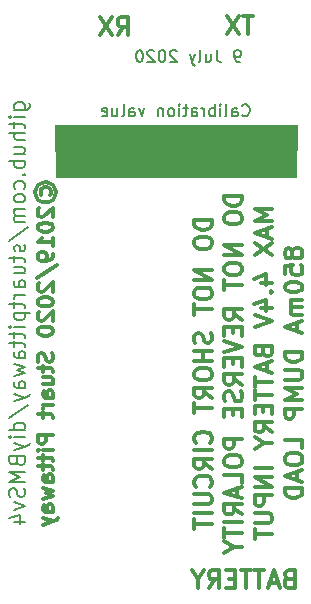
<source format=gbr>
G04 #@! TF.GenerationSoftware,KiCad,Pcbnew,(5.1.5)-3*
G04 #@! TF.CreationDate,2020-12-24T11:10:49+00:00*
G04 #@! TF.ProjectId,ModuleV421,4d6f6475-6c65-4563-9432-312e6b696361,rev?*
G04 #@! TF.SameCoordinates,Original*
G04 #@! TF.FileFunction,Legend,Bot*
G04 #@! TF.FilePolarity,Positive*
%FSLAX46Y46*%
G04 Gerber Fmt 4.6, Leading zero omitted, Abs format (unit mm)*
G04 Created by KiCad (PCBNEW (5.1.5)-3) date 2020-12-24 11:10:49*
%MOMM*%
%LPD*%
G04 APERTURE LIST*
%ADD10C,0.300000*%
%ADD11C,0.200000*%
%ADD12C,0.100000*%
G04 APERTURE END LIST*
D10*
X123460457Y-48366171D02*
X122603314Y-48366171D01*
X123031885Y-49866171D02*
X123031885Y-48366171D01*
X122246171Y-48366171D02*
X121246171Y-49866171D01*
X121246171Y-48366171D02*
X122246171Y-49866171D01*
X111967600Y-49966171D02*
X112467600Y-49251885D01*
X112824742Y-49966171D02*
X112824742Y-48466171D01*
X112253314Y-48466171D01*
X112110457Y-48537600D01*
X112039028Y-48609028D01*
X111967600Y-48751885D01*
X111967600Y-48966171D01*
X112039028Y-49109028D01*
X112110457Y-49180457D01*
X112253314Y-49251885D01*
X112824742Y-49251885D01*
X111467600Y-48466171D02*
X110467600Y-49966171D01*
X110467600Y-48466171D02*
X111467600Y-49966171D01*
D11*
X122523257Y-56741942D02*
X122570876Y-56789561D01*
X122713733Y-56837180D01*
X122808971Y-56837180D01*
X122951828Y-56789561D01*
X123047066Y-56694323D01*
X123094685Y-56599085D01*
X123142304Y-56408609D01*
X123142304Y-56265752D01*
X123094685Y-56075276D01*
X123047066Y-55980038D01*
X122951828Y-55884800D01*
X122808971Y-55837180D01*
X122713733Y-55837180D01*
X122570876Y-55884800D01*
X122523257Y-55932419D01*
X121666114Y-56837180D02*
X121666114Y-56313371D01*
X121713733Y-56218133D01*
X121808971Y-56170514D01*
X121999447Y-56170514D01*
X122094685Y-56218133D01*
X121666114Y-56789561D02*
X121761352Y-56837180D01*
X121999447Y-56837180D01*
X122094685Y-56789561D01*
X122142304Y-56694323D01*
X122142304Y-56599085D01*
X122094685Y-56503847D01*
X121999447Y-56456228D01*
X121761352Y-56456228D01*
X121666114Y-56408609D01*
X121047066Y-56837180D02*
X121142304Y-56789561D01*
X121189923Y-56694323D01*
X121189923Y-55837180D01*
X120666114Y-56837180D02*
X120666114Y-56170514D01*
X120666114Y-55837180D02*
X120713733Y-55884800D01*
X120666114Y-55932419D01*
X120618495Y-55884800D01*
X120666114Y-55837180D01*
X120666114Y-55932419D01*
X120189923Y-56837180D02*
X120189923Y-55837180D01*
X120189923Y-56218133D02*
X120094685Y-56170514D01*
X119904209Y-56170514D01*
X119808971Y-56218133D01*
X119761352Y-56265752D01*
X119713733Y-56360990D01*
X119713733Y-56646704D01*
X119761352Y-56741942D01*
X119808971Y-56789561D01*
X119904209Y-56837180D01*
X120094685Y-56837180D01*
X120189923Y-56789561D01*
X119285161Y-56837180D02*
X119285161Y-56170514D01*
X119285161Y-56360990D02*
X119237542Y-56265752D01*
X119189923Y-56218133D01*
X119094685Y-56170514D01*
X118999447Y-56170514D01*
X118237542Y-56837180D02*
X118237542Y-56313371D01*
X118285161Y-56218133D01*
X118380400Y-56170514D01*
X118570876Y-56170514D01*
X118666114Y-56218133D01*
X118237542Y-56789561D02*
X118332780Y-56837180D01*
X118570876Y-56837180D01*
X118666114Y-56789561D01*
X118713733Y-56694323D01*
X118713733Y-56599085D01*
X118666114Y-56503847D01*
X118570876Y-56456228D01*
X118332780Y-56456228D01*
X118237542Y-56408609D01*
X117904209Y-56170514D02*
X117523257Y-56170514D01*
X117761352Y-55837180D02*
X117761352Y-56694323D01*
X117713733Y-56789561D01*
X117618495Y-56837180D01*
X117523257Y-56837180D01*
X117189923Y-56837180D02*
X117189923Y-56170514D01*
X117189923Y-55837180D02*
X117237542Y-55884800D01*
X117189923Y-55932419D01*
X117142304Y-55884800D01*
X117189923Y-55837180D01*
X117189923Y-55932419D01*
X116570876Y-56837180D02*
X116666114Y-56789561D01*
X116713733Y-56741942D01*
X116761352Y-56646704D01*
X116761352Y-56360990D01*
X116713733Y-56265752D01*
X116666114Y-56218133D01*
X116570876Y-56170514D01*
X116428019Y-56170514D01*
X116332780Y-56218133D01*
X116285161Y-56265752D01*
X116237542Y-56360990D01*
X116237542Y-56646704D01*
X116285161Y-56741942D01*
X116332780Y-56789561D01*
X116428019Y-56837180D01*
X116570876Y-56837180D01*
X115808971Y-56170514D02*
X115808971Y-56837180D01*
X115808971Y-56265752D02*
X115761352Y-56218133D01*
X115666114Y-56170514D01*
X115523257Y-56170514D01*
X115428019Y-56218133D01*
X115380400Y-56313371D01*
X115380400Y-56837180D01*
X114237542Y-56170514D02*
X113999447Y-56837180D01*
X113761352Y-56170514D01*
X112951828Y-56837180D02*
X112951828Y-56313371D01*
X112999447Y-56218133D01*
X113094685Y-56170514D01*
X113285161Y-56170514D01*
X113380400Y-56218133D01*
X112951828Y-56789561D02*
X113047066Y-56837180D01*
X113285161Y-56837180D01*
X113380400Y-56789561D01*
X113428019Y-56694323D01*
X113428019Y-56599085D01*
X113380400Y-56503847D01*
X113285161Y-56456228D01*
X113047066Y-56456228D01*
X112951828Y-56408609D01*
X112332780Y-56837180D02*
X112428019Y-56789561D01*
X112475638Y-56694323D01*
X112475638Y-55837180D01*
X111523257Y-56170514D02*
X111523257Y-56837180D01*
X111951828Y-56170514D02*
X111951828Y-56694323D01*
X111904209Y-56789561D01*
X111808971Y-56837180D01*
X111666114Y-56837180D01*
X111570876Y-56789561D01*
X111523257Y-56741942D01*
X110666114Y-56789561D02*
X110761352Y-56837180D01*
X110951828Y-56837180D01*
X111047066Y-56789561D01*
X111094685Y-56694323D01*
X111094685Y-56313371D01*
X111047066Y-56218133D01*
X110951828Y-56170514D01*
X110761352Y-56170514D01*
X110666114Y-56218133D01*
X110618495Y-56313371D01*
X110618495Y-56408609D01*
X111094685Y-56503847D01*
D12*
G36*
X127103000Y-61987600D02*
G01*
X106732200Y-61987600D01*
X106669600Y-57553200D01*
X127142000Y-57553200D01*
X127103000Y-61987600D01*
G37*
X127103000Y-61987600D02*
X106732200Y-61987600D01*
X106669600Y-57553200D01*
X127142000Y-57553200D01*
X127103000Y-61987600D01*
D10*
X119971171Y-65623314D02*
X118471171Y-65623314D01*
X118471171Y-65980457D01*
X118542600Y-66194742D01*
X118685457Y-66337600D01*
X118828314Y-66409028D01*
X119114028Y-66480457D01*
X119328314Y-66480457D01*
X119614028Y-66409028D01*
X119756885Y-66337600D01*
X119899742Y-66194742D01*
X119971171Y-65980457D01*
X119971171Y-65623314D01*
X118471171Y-67409028D02*
X118471171Y-67694742D01*
X118542600Y-67837600D01*
X118685457Y-67980457D01*
X118971171Y-68051885D01*
X119471171Y-68051885D01*
X119756885Y-67980457D01*
X119899742Y-67837600D01*
X119971171Y-67694742D01*
X119971171Y-67409028D01*
X119899742Y-67266171D01*
X119756885Y-67123314D01*
X119471171Y-67051885D01*
X118971171Y-67051885D01*
X118685457Y-67123314D01*
X118542600Y-67266171D01*
X118471171Y-67409028D01*
X119971171Y-69837600D02*
X118471171Y-69837600D01*
X119971171Y-70694742D01*
X118471171Y-70694742D01*
X118471171Y-71694742D02*
X118471171Y-71980457D01*
X118542600Y-72123314D01*
X118685457Y-72266171D01*
X118971171Y-72337600D01*
X119471171Y-72337600D01*
X119756885Y-72266171D01*
X119899742Y-72123314D01*
X119971171Y-71980457D01*
X119971171Y-71694742D01*
X119899742Y-71551885D01*
X119756885Y-71409028D01*
X119471171Y-71337600D01*
X118971171Y-71337600D01*
X118685457Y-71409028D01*
X118542600Y-71551885D01*
X118471171Y-71694742D01*
X118471171Y-72766171D02*
X118471171Y-73623314D01*
X119971171Y-73194742D02*
X118471171Y-73194742D01*
X119899742Y-75194742D02*
X119971171Y-75409028D01*
X119971171Y-75766171D01*
X119899742Y-75909028D01*
X119828314Y-75980457D01*
X119685457Y-76051885D01*
X119542600Y-76051885D01*
X119399742Y-75980457D01*
X119328314Y-75909028D01*
X119256885Y-75766171D01*
X119185457Y-75480457D01*
X119114028Y-75337599D01*
X119042600Y-75266171D01*
X118899742Y-75194742D01*
X118756885Y-75194742D01*
X118614028Y-75266171D01*
X118542600Y-75337599D01*
X118471171Y-75480457D01*
X118471171Y-75837599D01*
X118542600Y-76051885D01*
X119971171Y-76694742D02*
X118471171Y-76694742D01*
X119185457Y-76694742D02*
X119185457Y-77551885D01*
X119971171Y-77551885D02*
X118471171Y-77551885D01*
X118471171Y-78551885D02*
X118471171Y-78837599D01*
X118542600Y-78980457D01*
X118685457Y-79123314D01*
X118971171Y-79194742D01*
X119471171Y-79194742D01*
X119756885Y-79123314D01*
X119899742Y-78980457D01*
X119971171Y-78837599D01*
X119971171Y-78551885D01*
X119899742Y-78409028D01*
X119756885Y-78266171D01*
X119471171Y-78194742D01*
X118971171Y-78194742D01*
X118685457Y-78266171D01*
X118542600Y-78409028D01*
X118471171Y-78551885D01*
X119971171Y-80694742D02*
X119256885Y-80194742D01*
X119971171Y-79837599D02*
X118471171Y-79837599D01*
X118471171Y-80409028D01*
X118542600Y-80551885D01*
X118614028Y-80623314D01*
X118756885Y-80694742D01*
X118971171Y-80694742D01*
X119114028Y-80623314D01*
X119185457Y-80551885D01*
X119256885Y-80409028D01*
X119256885Y-79837599D01*
X118471171Y-81123314D02*
X118471171Y-81980457D01*
X119971171Y-81551885D02*
X118471171Y-81551885D01*
X119828314Y-84480457D02*
X119899742Y-84409028D01*
X119971171Y-84194742D01*
X119971171Y-84051885D01*
X119899742Y-83837599D01*
X119756885Y-83694742D01*
X119614028Y-83623314D01*
X119328314Y-83551885D01*
X119114028Y-83551885D01*
X118828314Y-83623314D01*
X118685457Y-83694742D01*
X118542600Y-83837599D01*
X118471171Y-84051885D01*
X118471171Y-84194742D01*
X118542600Y-84409028D01*
X118614028Y-84480457D01*
X119971171Y-85123314D02*
X118471171Y-85123314D01*
X119971171Y-86694742D02*
X119256885Y-86194742D01*
X119971171Y-85837599D02*
X118471171Y-85837599D01*
X118471171Y-86409028D01*
X118542600Y-86551885D01*
X118614028Y-86623314D01*
X118756885Y-86694742D01*
X118971171Y-86694742D01*
X119114028Y-86623314D01*
X119185457Y-86551885D01*
X119256885Y-86409028D01*
X119256885Y-85837599D01*
X119828314Y-88194742D02*
X119899742Y-88123314D01*
X119971171Y-87909028D01*
X119971171Y-87766171D01*
X119899742Y-87551885D01*
X119756885Y-87409028D01*
X119614028Y-87337599D01*
X119328314Y-87266171D01*
X119114028Y-87266171D01*
X118828314Y-87337599D01*
X118685457Y-87409028D01*
X118542600Y-87551885D01*
X118471171Y-87766171D01*
X118471171Y-87909028D01*
X118542600Y-88123314D01*
X118614028Y-88194742D01*
X118471171Y-88837599D02*
X119685457Y-88837599D01*
X119828314Y-88909028D01*
X119899742Y-88980457D01*
X119971171Y-89123314D01*
X119971171Y-89409028D01*
X119899742Y-89551885D01*
X119828314Y-89623314D01*
X119685457Y-89694742D01*
X118471171Y-89694742D01*
X119971171Y-90409028D02*
X118471171Y-90409028D01*
X118471171Y-90909028D02*
X118471171Y-91766171D01*
X119971171Y-91337599D02*
X118471171Y-91337599D01*
X122521171Y-63551885D02*
X121021171Y-63551885D01*
X121021171Y-63909028D01*
X121092600Y-64123314D01*
X121235457Y-64266171D01*
X121378314Y-64337600D01*
X121664028Y-64409028D01*
X121878314Y-64409028D01*
X122164028Y-64337600D01*
X122306885Y-64266171D01*
X122449742Y-64123314D01*
X122521171Y-63909028D01*
X122521171Y-63551885D01*
X121021171Y-65337600D02*
X121021171Y-65623314D01*
X121092600Y-65766171D01*
X121235457Y-65909028D01*
X121521171Y-65980457D01*
X122021171Y-65980457D01*
X122306885Y-65909028D01*
X122449742Y-65766171D01*
X122521171Y-65623314D01*
X122521171Y-65337600D01*
X122449742Y-65194742D01*
X122306885Y-65051885D01*
X122021171Y-64980457D01*
X121521171Y-64980457D01*
X121235457Y-65051885D01*
X121092600Y-65194742D01*
X121021171Y-65337600D01*
X122521171Y-67766171D02*
X121021171Y-67766171D01*
X122521171Y-68623314D01*
X121021171Y-68623314D01*
X121021171Y-69623314D02*
X121021171Y-69909028D01*
X121092600Y-70051885D01*
X121235457Y-70194742D01*
X121521171Y-70266171D01*
X122021171Y-70266171D01*
X122306885Y-70194742D01*
X122449742Y-70051885D01*
X122521171Y-69909028D01*
X122521171Y-69623314D01*
X122449742Y-69480457D01*
X122306885Y-69337600D01*
X122021171Y-69266171D01*
X121521171Y-69266171D01*
X121235457Y-69337600D01*
X121092600Y-69480457D01*
X121021171Y-69623314D01*
X121021171Y-70694742D02*
X121021171Y-71551885D01*
X122521171Y-71123314D02*
X121021171Y-71123314D01*
X122521171Y-74051885D02*
X121806885Y-73551885D01*
X122521171Y-73194742D02*
X121021171Y-73194742D01*
X121021171Y-73766171D01*
X121092600Y-73909028D01*
X121164028Y-73980457D01*
X121306885Y-74051885D01*
X121521171Y-74051885D01*
X121664028Y-73980457D01*
X121735457Y-73909028D01*
X121806885Y-73766171D01*
X121806885Y-73194742D01*
X121735457Y-74694742D02*
X121735457Y-75194742D01*
X122521171Y-75409028D02*
X122521171Y-74694742D01*
X121021171Y-74694742D01*
X121021171Y-75409028D01*
X121021171Y-75837600D02*
X122521171Y-76337600D01*
X121021171Y-76837600D01*
X121735457Y-77337600D02*
X121735457Y-77837600D01*
X122521171Y-78051885D02*
X122521171Y-77337600D01*
X121021171Y-77337600D01*
X121021171Y-78051885D01*
X122521171Y-79551885D02*
X121806885Y-79051885D01*
X122521171Y-78694742D02*
X121021171Y-78694742D01*
X121021171Y-79266171D01*
X121092600Y-79409028D01*
X121164028Y-79480457D01*
X121306885Y-79551885D01*
X121521171Y-79551885D01*
X121664028Y-79480457D01*
X121735457Y-79409028D01*
X121806885Y-79266171D01*
X121806885Y-78694742D01*
X122449742Y-80123314D02*
X122521171Y-80337600D01*
X122521171Y-80694742D01*
X122449742Y-80837600D01*
X122378314Y-80909028D01*
X122235457Y-80980457D01*
X122092600Y-80980457D01*
X121949742Y-80909028D01*
X121878314Y-80837600D01*
X121806885Y-80694742D01*
X121735457Y-80409028D01*
X121664028Y-80266171D01*
X121592600Y-80194742D01*
X121449742Y-80123314D01*
X121306885Y-80123314D01*
X121164028Y-80194742D01*
X121092600Y-80266171D01*
X121021171Y-80409028D01*
X121021171Y-80766171D01*
X121092600Y-80980457D01*
X121735457Y-81623314D02*
X121735457Y-82123314D01*
X122521171Y-82337600D02*
X122521171Y-81623314D01*
X121021171Y-81623314D01*
X121021171Y-82337600D01*
X122521171Y-84123314D02*
X121021171Y-84123314D01*
X121021171Y-84694742D01*
X121092600Y-84837600D01*
X121164028Y-84909028D01*
X121306885Y-84980457D01*
X121521171Y-84980457D01*
X121664028Y-84909028D01*
X121735457Y-84837600D01*
X121806885Y-84694742D01*
X121806885Y-84123314D01*
X121021171Y-85909028D02*
X121021171Y-86194742D01*
X121092600Y-86337600D01*
X121235457Y-86480457D01*
X121521171Y-86551885D01*
X122021171Y-86551885D01*
X122306885Y-86480457D01*
X122449742Y-86337600D01*
X122521171Y-86194742D01*
X122521171Y-85909028D01*
X122449742Y-85766171D01*
X122306885Y-85623314D01*
X122021171Y-85551885D01*
X121521171Y-85551885D01*
X121235457Y-85623314D01*
X121092600Y-85766171D01*
X121021171Y-85909028D01*
X122521171Y-87909028D02*
X122521171Y-87194742D01*
X121021171Y-87194742D01*
X122092600Y-88337600D02*
X122092600Y-89051885D01*
X122521171Y-88194742D02*
X121021171Y-88694742D01*
X122521171Y-89194742D01*
X122521171Y-90551885D02*
X121806885Y-90051885D01*
X122521171Y-89694742D02*
X121021171Y-89694742D01*
X121021171Y-90266171D01*
X121092600Y-90409028D01*
X121164028Y-90480457D01*
X121306885Y-90551885D01*
X121521171Y-90551885D01*
X121664028Y-90480457D01*
X121735457Y-90409028D01*
X121806885Y-90266171D01*
X121806885Y-89694742D01*
X122521171Y-91194742D02*
X121021171Y-91194742D01*
X121021171Y-91694742D02*
X121021171Y-92551885D01*
X122521171Y-92123314D02*
X121021171Y-92123314D01*
X121806885Y-93337600D02*
X122521171Y-93337600D01*
X121021171Y-92837600D02*
X121806885Y-93337600D01*
X121021171Y-93837600D01*
X125071171Y-64730457D02*
X123571171Y-64730457D01*
X124642600Y-65230457D01*
X123571171Y-65730457D01*
X125071171Y-65730457D01*
X124642600Y-66373314D02*
X124642600Y-67087600D01*
X125071171Y-66230457D02*
X123571171Y-66730457D01*
X125071171Y-67230457D01*
X123571171Y-67587600D02*
X125071171Y-68587600D01*
X123571171Y-68587600D02*
X125071171Y-67587600D01*
X124071171Y-70944742D02*
X125071171Y-70944742D01*
X123499742Y-70587600D02*
X124571171Y-70230457D01*
X124571171Y-71159028D01*
X124928314Y-71730457D02*
X124999742Y-71801885D01*
X125071171Y-71730457D01*
X124999742Y-71659028D01*
X124928314Y-71730457D01*
X125071171Y-71730457D01*
X124071171Y-73087600D02*
X125071171Y-73087600D01*
X123499742Y-72730457D02*
X124571171Y-72373314D01*
X124571171Y-73301885D01*
X123571171Y-73659028D02*
X125071171Y-74159028D01*
X123571171Y-74659028D01*
X124285457Y-76801885D02*
X124356885Y-77016171D01*
X124428314Y-77087600D01*
X124571171Y-77159028D01*
X124785457Y-77159028D01*
X124928314Y-77087600D01*
X124999742Y-77016171D01*
X125071171Y-76873314D01*
X125071171Y-76301885D01*
X123571171Y-76301885D01*
X123571171Y-76801885D01*
X123642600Y-76944742D01*
X123714028Y-77016171D01*
X123856885Y-77087600D01*
X123999742Y-77087600D01*
X124142600Y-77016171D01*
X124214028Y-76944742D01*
X124285457Y-76801885D01*
X124285457Y-76301885D01*
X124642600Y-77730457D02*
X124642600Y-78444742D01*
X125071171Y-77587600D02*
X123571171Y-78087600D01*
X125071171Y-78587600D01*
X123571171Y-78873314D02*
X123571171Y-79730457D01*
X125071171Y-79301885D02*
X123571171Y-79301885D01*
X123571171Y-80016171D02*
X123571171Y-80873314D01*
X125071171Y-80444742D02*
X123571171Y-80444742D01*
X124285457Y-81373314D02*
X124285457Y-81873314D01*
X125071171Y-82087600D02*
X125071171Y-81373314D01*
X123571171Y-81373314D01*
X123571171Y-82087600D01*
X125071171Y-83587600D02*
X124356885Y-83087600D01*
X125071171Y-82730457D02*
X123571171Y-82730457D01*
X123571171Y-83301885D01*
X123642600Y-83444742D01*
X123714028Y-83516171D01*
X123856885Y-83587600D01*
X124071171Y-83587600D01*
X124214028Y-83516171D01*
X124285457Y-83444742D01*
X124356885Y-83301885D01*
X124356885Y-82730457D01*
X124356885Y-84516171D02*
X125071171Y-84516171D01*
X123571171Y-84016171D02*
X124356885Y-84516171D01*
X123571171Y-85016171D01*
X125071171Y-86659028D02*
X123571171Y-86659028D01*
X125071171Y-87373314D02*
X123571171Y-87373314D01*
X125071171Y-88230457D01*
X123571171Y-88230457D01*
X125071171Y-88944742D02*
X123571171Y-88944742D01*
X123571171Y-89516171D01*
X123642600Y-89659028D01*
X123714028Y-89730457D01*
X123856885Y-89801885D01*
X124071171Y-89801885D01*
X124214028Y-89730457D01*
X124285457Y-89659028D01*
X124356885Y-89516171D01*
X124356885Y-88944742D01*
X123571171Y-90444742D02*
X124785457Y-90444742D01*
X124928314Y-90516171D01*
X124999742Y-90587600D01*
X125071171Y-90730457D01*
X125071171Y-91016171D01*
X124999742Y-91159028D01*
X124928314Y-91230457D01*
X124785457Y-91301885D01*
X123571171Y-91301885D01*
X123571171Y-91801885D02*
X123571171Y-92659028D01*
X125071171Y-92230457D02*
X123571171Y-92230457D01*
X126764028Y-68301885D02*
X126692600Y-68159028D01*
X126621171Y-68087600D01*
X126478314Y-68016171D01*
X126406885Y-68016171D01*
X126264028Y-68087600D01*
X126192600Y-68159028D01*
X126121171Y-68301885D01*
X126121171Y-68587600D01*
X126192600Y-68730457D01*
X126264028Y-68801885D01*
X126406885Y-68873314D01*
X126478314Y-68873314D01*
X126621171Y-68801885D01*
X126692600Y-68730457D01*
X126764028Y-68587600D01*
X126764028Y-68301885D01*
X126835457Y-68159028D01*
X126906885Y-68087600D01*
X127049742Y-68016171D01*
X127335457Y-68016171D01*
X127478314Y-68087600D01*
X127549742Y-68159028D01*
X127621171Y-68301885D01*
X127621171Y-68587600D01*
X127549742Y-68730457D01*
X127478314Y-68801885D01*
X127335457Y-68873314D01*
X127049742Y-68873314D01*
X126906885Y-68801885D01*
X126835457Y-68730457D01*
X126764028Y-68587600D01*
X126121171Y-70230457D02*
X126121171Y-69516171D01*
X126835457Y-69444742D01*
X126764028Y-69516171D01*
X126692600Y-69659028D01*
X126692600Y-70016171D01*
X126764028Y-70159028D01*
X126835457Y-70230457D01*
X126978314Y-70301885D01*
X127335457Y-70301885D01*
X127478314Y-70230457D01*
X127549742Y-70159028D01*
X127621171Y-70016171D01*
X127621171Y-69659028D01*
X127549742Y-69516171D01*
X127478314Y-69444742D01*
X126121171Y-71230457D02*
X126121171Y-71373314D01*
X126192600Y-71516171D01*
X126264028Y-71587600D01*
X126406885Y-71659028D01*
X126692600Y-71730457D01*
X127049742Y-71730457D01*
X127335457Y-71659028D01*
X127478314Y-71587600D01*
X127549742Y-71516171D01*
X127621171Y-71373314D01*
X127621171Y-71230457D01*
X127549742Y-71087600D01*
X127478314Y-71016171D01*
X127335457Y-70944742D01*
X127049742Y-70873314D01*
X126692600Y-70873314D01*
X126406885Y-70944742D01*
X126264028Y-71016171D01*
X126192600Y-71087600D01*
X126121171Y-71230457D01*
X127621171Y-72373314D02*
X126621171Y-72373314D01*
X126764028Y-72373314D02*
X126692600Y-72444742D01*
X126621171Y-72587600D01*
X126621171Y-72801885D01*
X126692600Y-72944742D01*
X126835457Y-73016171D01*
X127621171Y-73016171D01*
X126835457Y-73016171D02*
X126692600Y-73087600D01*
X126621171Y-73230457D01*
X126621171Y-73444742D01*
X126692600Y-73587600D01*
X126835457Y-73659028D01*
X127621171Y-73659028D01*
X127192600Y-74301885D02*
X127192600Y-75016171D01*
X127621171Y-74159028D02*
X126121171Y-74659028D01*
X127621171Y-75159028D01*
X127621171Y-76801885D02*
X126121171Y-76801885D01*
X126121171Y-77159028D01*
X126192600Y-77373314D01*
X126335457Y-77516171D01*
X126478314Y-77587600D01*
X126764028Y-77659028D01*
X126978314Y-77659028D01*
X127264028Y-77587600D01*
X127406885Y-77516171D01*
X127549742Y-77373314D01*
X127621171Y-77159028D01*
X127621171Y-76801885D01*
X126121171Y-78301885D02*
X127335457Y-78301885D01*
X127478314Y-78373314D01*
X127549742Y-78444742D01*
X127621171Y-78587600D01*
X127621171Y-78873314D01*
X127549742Y-79016171D01*
X127478314Y-79087600D01*
X127335457Y-79159028D01*
X126121171Y-79159028D01*
X127621171Y-79873314D02*
X126121171Y-79873314D01*
X127192600Y-80373314D01*
X126121171Y-80873314D01*
X127621171Y-80873314D01*
X127621171Y-81587600D02*
X126121171Y-81587600D01*
X126121171Y-82159028D01*
X126192600Y-82301885D01*
X126264028Y-82373314D01*
X126406885Y-82444742D01*
X126621171Y-82444742D01*
X126764028Y-82373314D01*
X126835457Y-82301885D01*
X126906885Y-82159028D01*
X126906885Y-81587600D01*
X127621171Y-84944742D02*
X127621171Y-84230457D01*
X126121171Y-84230457D01*
X126121171Y-85730457D02*
X126121171Y-86016171D01*
X126192600Y-86159028D01*
X126335457Y-86301885D01*
X126621171Y-86373314D01*
X127121171Y-86373314D01*
X127406885Y-86301885D01*
X127549742Y-86159028D01*
X127621171Y-86016171D01*
X127621171Y-85730457D01*
X127549742Y-85587600D01*
X127406885Y-85444742D01*
X127121171Y-85373314D01*
X126621171Y-85373314D01*
X126335457Y-85444742D01*
X126192600Y-85587600D01*
X126121171Y-85730457D01*
X127192600Y-86944742D02*
X127192600Y-87659028D01*
X127621171Y-86801885D02*
X126121171Y-87301885D01*
X127621171Y-87801885D01*
X127621171Y-88301885D02*
X126121171Y-88301885D01*
X126121171Y-88659028D01*
X126192600Y-88873314D01*
X126335457Y-89016171D01*
X126478314Y-89087600D01*
X126764028Y-89159028D01*
X126978314Y-89159028D01*
X127264028Y-89087600D01*
X127406885Y-89016171D01*
X127549742Y-88873314D01*
X127621171Y-88659028D01*
X127621171Y-88301885D01*
D11*
X122299980Y-52239980D02*
X122109504Y-52239980D01*
X122014266Y-52192361D01*
X121966647Y-52144742D01*
X121871409Y-52001885D01*
X121823790Y-51811409D01*
X121823790Y-51430457D01*
X121871409Y-51335219D01*
X121919028Y-51287600D01*
X122014266Y-51239980D01*
X122204742Y-51239980D01*
X122299980Y-51287600D01*
X122347600Y-51335219D01*
X122395219Y-51430457D01*
X122395219Y-51668552D01*
X122347600Y-51763790D01*
X122299980Y-51811409D01*
X122204742Y-51859028D01*
X122014266Y-51859028D01*
X121919028Y-51811409D01*
X121871409Y-51763790D01*
X121823790Y-51668552D01*
X120347600Y-51239980D02*
X120347600Y-51954266D01*
X120395219Y-52097123D01*
X120490457Y-52192361D01*
X120633314Y-52239980D01*
X120728552Y-52239980D01*
X119442838Y-51573314D02*
X119442838Y-52239980D01*
X119871409Y-51573314D02*
X119871409Y-52097123D01*
X119823790Y-52192361D01*
X119728552Y-52239980D01*
X119585695Y-52239980D01*
X119490457Y-52192361D01*
X119442838Y-52144742D01*
X118823790Y-52239980D02*
X118919028Y-52192361D01*
X118966647Y-52097123D01*
X118966647Y-51239980D01*
X118538076Y-51573314D02*
X118299980Y-52239980D01*
X118061885Y-51573314D02*
X118299980Y-52239980D01*
X118395219Y-52478076D01*
X118442838Y-52525695D01*
X118538076Y-52573314D01*
X116966647Y-51335219D02*
X116919028Y-51287600D01*
X116823790Y-51239980D01*
X116585695Y-51239980D01*
X116490457Y-51287600D01*
X116442838Y-51335219D01*
X116395219Y-51430457D01*
X116395219Y-51525695D01*
X116442838Y-51668552D01*
X117014266Y-52239980D01*
X116395219Y-52239980D01*
X115776171Y-51239980D02*
X115680933Y-51239980D01*
X115585695Y-51287600D01*
X115538076Y-51335219D01*
X115490457Y-51430457D01*
X115442838Y-51620933D01*
X115442838Y-51859028D01*
X115490457Y-52049504D01*
X115538076Y-52144742D01*
X115585695Y-52192361D01*
X115680933Y-52239980D01*
X115776171Y-52239980D01*
X115871409Y-52192361D01*
X115919028Y-52144742D01*
X115966647Y-52049504D01*
X116014266Y-51859028D01*
X116014266Y-51620933D01*
X115966647Y-51430457D01*
X115919028Y-51335219D01*
X115871409Y-51287600D01*
X115776171Y-51239980D01*
X115061885Y-51335219D02*
X115014266Y-51287600D01*
X114919028Y-51239980D01*
X114680933Y-51239980D01*
X114585695Y-51287600D01*
X114538076Y-51335219D01*
X114490457Y-51430457D01*
X114490457Y-51525695D01*
X114538076Y-51668552D01*
X115109504Y-52239980D01*
X114490457Y-52239980D01*
X113871409Y-51239980D02*
X113776171Y-51239980D01*
X113680933Y-51287600D01*
X113633314Y-51335219D01*
X113585695Y-51430457D01*
X113538076Y-51620933D01*
X113538076Y-51859028D01*
X113585695Y-52049504D01*
X113633314Y-52144742D01*
X113680933Y-52192361D01*
X113776171Y-52239980D01*
X113871409Y-52239980D01*
X113966647Y-52192361D01*
X114014266Y-52144742D01*
X114061885Y-52049504D01*
X114109504Y-51859028D01*
X114109504Y-51620933D01*
X114061885Y-51430457D01*
X114014266Y-51335219D01*
X113966647Y-51287600D01*
X113871409Y-51239980D01*
D10*
X126467600Y-95980457D02*
X126253314Y-96051885D01*
X126181885Y-96123314D01*
X126110457Y-96266171D01*
X126110457Y-96480457D01*
X126181885Y-96623314D01*
X126253314Y-96694742D01*
X126396171Y-96766171D01*
X126967600Y-96766171D01*
X126967600Y-95266171D01*
X126467600Y-95266171D01*
X126324742Y-95337600D01*
X126253314Y-95409028D01*
X126181885Y-95551885D01*
X126181885Y-95694742D01*
X126253314Y-95837600D01*
X126324742Y-95909028D01*
X126467600Y-95980457D01*
X126967600Y-95980457D01*
X125539028Y-96337600D02*
X124824742Y-96337600D01*
X125681885Y-96766171D02*
X125181885Y-95266171D01*
X124681885Y-96766171D01*
X124396171Y-95266171D02*
X123539028Y-95266171D01*
X123967600Y-96766171D02*
X123967600Y-95266171D01*
X123253314Y-95266171D02*
X122396171Y-95266171D01*
X122824742Y-96766171D02*
X122824742Y-95266171D01*
X121896171Y-95980457D02*
X121396171Y-95980457D01*
X121181885Y-96766171D02*
X121896171Y-96766171D01*
X121896171Y-95266171D01*
X121181885Y-95266171D01*
X119681885Y-96766171D02*
X120181885Y-96051885D01*
X120539028Y-96766171D02*
X120539028Y-95266171D01*
X119967600Y-95266171D01*
X119824742Y-95337600D01*
X119753314Y-95409028D01*
X119681885Y-95551885D01*
X119681885Y-95766171D01*
X119753314Y-95909028D01*
X119824742Y-95980457D01*
X119967600Y-96051885D01*
X120539028Y-96051885D01*
X118753314Y-96051885D02*
X118753314Y-96766171D01*
X119253314Y-95266171D02*
X118753314Y-96051885D01*
X118253314Y-95266171D01*
D11*
X103239028Y-56278076D02*
X104291409Y-56278076D01*
X104415219Y-56216171D01*
X104477123Y-56154266D01*
X104539028Y-56030457D01*
X104539028Y-55844742D01*
X104477123Y-55720933D01*
X104043790Y-56278076D02*
X104105695Y-56154266D01*
X104105695Y-55906647D01*
X104043790Y-55782838D01*
X103981885Y-55720933D01*
X103858076Y-55659028D01*
X103486647Y-55659028D01*
X103362838Y-55720933D01*
X103300933Y-55782838D01*
X103239028Y-55906647D01*
X103239028Y-56154266D01*
X103300933Y-56278076D01*
X104105695Y-56897123D02*
X103239028Y-56897123D01*
X102805695Y-56897123D02*
X102867600Y-56835219D01*
X102929504Y-56897123D01*
X102867600Y-56959028D01*
X102805695Y-56897123D01*
X102929504Y-56897123D01*
X103239028Y-57330457D02*
X103239028Y-57825695D01*
X102805695Y-57516171D02*
X103919980Y-57516171D01*
X104043790Y-57578076D01*
X104105695Y-57701885D01*
X104105695Y-57825695D01*
X104105695Y-58259028D02*
X102805695Y-58259028D01*
X104105695Y-58816171D02*
X103424742Y-58816171D01*
X103300933Y-58754266D01*
X103239028Y-58630457D01*
X103239028Y-58444742D01*
X103300933Y-58320933D01*
X103362838Y-58259028D01*
X103239028Y-59992361D02*
X104105695Y-59992361D01*
X103239028Y-59435219D02*
X103919980Y-59435219D01*
X104043790Y-59497123D01*
X104105695Y-59620933D01*
X104105695Y-59806647D01*
X104043790Y-59930457D01*
X103981885Y-59992361D01*
X104105695Y-60611409D02*
X102805695Y-60611409D01*
X103300933Y-60611409D02*
X103239028Y-60735219D01*
X103239028Y-60982838D01*
X103300933Y-61106647D01*
X103362838Y-61168552D01*
X103486647Y-61230457D01*
X103858076Y-61230457D01*
X103981885Y-61168552D01*
X104043790Y-61106647D01*
X104105695Y-60982838D01*
X104105695Y-60735219D01*
X104043790Y-60611409D01*
X103981885Y-61787600D02*
X104043790Y-61849504D01*
X104105695Y-61787600D01*
X104043790Y-61725695D01*
X103981885Y-61787600D01*
X104105695Y-61787600D01*
X104043790Y-62963790D02*
X104105695Y-62839980D01*
X104105695Y-62592361D01*
X104043790Y-62468552D01*
X103981885Y-62406647D01*
X103858076Y-62344742D01*
X103486647Y-62344742D01*
X103362838Y-62406647D01*
X103300933Y-62468552D01*
X103239028Y-62592361D01*
X103239028Y-62839980D01*
X103300933Y-62963790D01*
X104105695Y-63706647D02*
X104043790Y-63582838D01*
X103981885Y-63520933D01*
X103858076Y-63459028D01*
X103486647Y-63459028D01*
X103362838Y-63520933D01*
X103300933Y-63582838D01*
X103239028Y-63706647D01*
X103239028Y-63892361D01*
X103300933Y-64016171D01*
X103362838Y-64078076D01*
X103486647Y-64139980D01*
X103858076Y-64139980D01*
X103981885Y-64078076D01*
X104043790Y-64016171D01*
X104105695Y-63892361D01*
X104105695Y-63706647D01*
X104105695Y-64697123D02*
X103239028Y-64697123D01*
X103362838Y-64697123D02*
X103300933Y-64759028D01*
X103239028Y-64882838D01*
X103239028Y-65068552D01*
X103300933Y-65192361D01*
X103424742Y-65254266D01*
X104105695Y-65254266D01*
X103424742Y-65254266D02*
X103300933Y-65316171D01*
X103239028Y-65439980D01*
X103239028Y-65625695D01*
X103300933Y-65749504D01*
X103424742Y-65811409D01*
X104105695Y-65811409D01*
X102743790Y-67359028D02*
X104415219Y-66244742D01*
X104043790Y-67730457D02*
X104105695Y-67854266D01*
X104105695Y-68101885D01*
X104043790Y-68225695D01*
X103919980Y-68287600D01*
X103858076Y-68287600D01*
X103734266Y-68225695D01*
X103672361Y-68101885D01*
X103672361Y-67916171D01*
X103610457Y-67792361D01*
X103486647Y-67730457D01*
X103424742Y-67730457D01*
X103300933Y-67792361D01*
X103239028Y-67916171D01*
X103239028Y-68101885D01*
X103300933Y-68225695D01*
X103239028Y-68659028D02*
X103239028Y-69154266D01*
X102805695Y-68844742D02*
X103919980Y-68844742D01*
X104043790Y-68906647D01*
X104105695Y-69030457D01*
X104105695Y-69154266D01*
X103239028Y-70144742D02*
X104105695Y-70144742D01*
X103239028Y-69587600D02*
X103919980Y-69587600D01*
X104043790Y-69649504D01*
X104105695Y-69773314D01*
X104105695Y-69959028D01*
X104043790Y-70082838D01*
X103981885Y-70144742D01*
X104105695Y-71320933D02*
X103424742Y-71320933D01*
X103300933Y-71259028D01*
X103239028Y-71135219D01*
X103239028Y-70887600D01*
X103300933Y-70763790D01*
X104043790Y-71320933D02*
X104105695Y-71197123D01*
X104105695Y-70887600D01*
X104043790Y-70763790D01*
X103919980Y-70701885D01*
X103796171Y-70701885D01*
X103672361Y-70763790D01*
X103610457Y-70887600D01*
X103610457Y-71197123D01*
X103548552Y-71320933D01*
X104105695Y-71939980D02*
X103239028Y-71939980D01*
X103486647Y-71939980D02*
X103362838Y-72001885D01*
X103300933Y-72063790D01*
X103239028Y-72187600D01*
X103239028Y-72311409D01*
X103239028Y-72559028D02*
X103239028Y-73054266D01*
X102805695Y-72744742D02*
X103919980Y-72744742D01*
X104043790Y-72806647D01*
X104105695Y-72930457D01*
X104105695Y-73054266D01*
X103239028Y-73487600D02*
X104539028Y-73487600D01*
X103300933Y-73487600D02*
X103239028Y-73611409D01*
X103239028Y-73859028D01*
X103300933Y-73982838D01*
X103362838Y-74044742D01*
X103486647Y-74106647D01*
X103858076Y-74106647D01*
X103981885Y-74044742D01*
X104043790Y-73982838D01*
X104105695Y-73859028D01*
X104105695Y-73611409D01*
X104043790Y-73487600D01*
X104105695Y-74663790D02*
X103239028Y-74663790D01*
X102805695Y-74663790D02*
X102867600Y-74601885D01*
X102929504Y-74663790D01*
X102867600Y-74725695D01*
X102805695Y-74663790D01*
X102929504Y-74663790D01*
X103239028Y-75097123D02*
X103239028Y-75592361D01*
X102805695Y-75282838D02*
X103919980Y-75282838D01*
X104043790Y-75344742D01*
X104105695Y-75468552D01*
X104105695Y-75592361D01*
X103239028Y-75839980D02*
X103239028Y-76335219D01*
X102805695Y-76025695D02*
X103919980Y-76025695D01*
X104043790Y-76087600D01*
X104105695Y-76211409D01*
X104105695Y-76335219D01*
X104105695Y-77325695D02*
X103424742Y-77325695D01*
X103300933Y-77263790D01*
X103239028Y-77139980D01*
X103239028Y-76892361D01*
X103300933Y-76768552D01*
X104043790Y-77325695D02*
X104105695Y-77201885D01*
X104105695Y-76892361D01*
X104043790Y-76768552D01*
X103919980Y-76706647D01*
X103796171Y-76706647D01*
X103672361Y-76768552D01*
X103610457Y-76892361D01*
X103610457Y-77201885D01*
X103548552Y-77325695D01*
X103239028Y-77820933D02*
X104105695Y-78068552D01*
X103486647Y-78316171D01*
X104105695Y-78563790D01*
X103239028Y-78811409D01*
X104105695Y-79863790D02*
X103424742Y-79863790D01*
X103300933Y-79801885D01*
X103239028Y-79678076D01*
X103239028Y-79430457D01*
X103300933Y-79306647D01*
X104043790Y-79863790D02*
X104105695Y-79739980D01*
X104105695Y-79430457D01*
X104043790Y-79306647D01*
X103919980Y-79244742D01*
X103796171Y-79244742D01*
X103672361Y-79306647D01*
X103610457Y-79430457D01*
X103610457Y-79739980D01*
X103548552Y-79863790D01*
X103239028Y-80359028D02*
X104105695Y-80668552D01*
X103239028Y-80978076D02*
X104105695Y-80668552D01*
X104415219Y-80544742D01*
X104477123Y-80482838D01*
X104539028Y-80359028D01*
X102743790Y-82401885D02*
X104415219Y-81287600D01*
X104105695Y-83392361D02*
X102805695Y-83392361D01*
X104043790Y-83392361D02*
X104105695Y-83268552D01*
X104105695Y-83020933D01*
X104043790Y-82897123D01*
X103981885Y-82835219D01*
X103858076Y-82773314D01*
X103486647Y-82773314D01*
X103362838Y-82835219D01*
X103300933Y-82897123D01*
X103239028Y-83020933D01*
X103239028Y-83268552D01*
X103300933Y-83392361D01*
X104105695Y-84011409D02*
X103239028Y-84011409D01*
X102805695Y-84011409D02*
X102867600Y-83949504D01*
X102929504Y-84011409D01*
X102867600Y-84073314D01*
X102805695Y-84011409D01*
X102929504Y-84011409D01*
X103239028Y-84506647D02*
X104105695Y-84816171D01*
X103239028Y-85125695D02*
X104105695Y-84816171D01*
X104415219Y-84692361D01*
X104477123Y-84630457D01*
X104539028Y-84506647D01*
X103424742Y-86054266D02*
X103486647Y-86239980D01*
X103548552Y-86301885D01*
X103672361Y-86363790D01*
X103858076Y-86363790D01*
X103981885Y-86301885D01*
X104043790Y-86239980D01*
X104105695Y-86116171D01*
X104105695Y-85620933D01*
X102805695Y-85620933D01*
X102805695Y-86054266D01*
X102867600Y-86178076D01*
X102929504Y-86239980D01*
X103053314Y-86301885D01*
X103177123Y-86301885D01*
X103300933Y-86239980D01*
X103362838Y-86178076D01*
X103424742Y-86054266D01*
X103424742Y-85620933D01*
X104105695Y-86920933D02*
X102805695Y-86920933D01*
X103734266Y-87354266D01*
X102805695Y-87787600D01*
X104105695Y-87787600D01*
X104043790Y-88344742D02*
X104105695Y-88530457D01*
X104105695Y-88839980D01*
X104043790Y-88963790D01*
X103981885Y-89025695D01*
X103858076Y-89087600D01*
X103734266Y-89087600D01*
X103610457Y-89025695D01*
X103548552Y-88963790D01*
X103486647Y-88839980D01*
X103424742Y-88592361D01*
X103362838Y-88468552D01*
X103300933Y-88406647D01*
X103177123Y-88344742D01*
X103053314Y-88344742D01*
X102929504Y-88406647D01*
X102867600Y-88468552D01*
X102805695Y-88592361D01*
X102805695Y-88901885D01*
X102867600Y-89087600D01*
X103239028Y-89520933D02*
X104105695Y-89830457D01*
X103239028Y-90139980D01*
X103239028Y-91192361D02*
X104105695Y-91192361D01*
X102743790Y-90882838D02*
X103672361Y-90573314D01*
X103672361Y-91378076D01*
D10*
X105515219Y-63516171D02*
X105453314Y-63392361D01*
X105453314Y-63144742D01*
X105515219Y-63020933D01*
X105639028Y-62897123D01*
X105762838Y-62835219D01*
X106010457Y-62835219D01*
X106134266Y-62897123D01*
X106258076Y-63020933D01*
X106319980Y-63144742D01*
X106319980Y-63392361D01*
X106258076Y-63516171D01*
X105019980Y-63268552D02*
X105081885Y-62959028D01*
X105267600Y-62649504D01*
X105577123Y-62463790D01*
X105886647Y-62401885D01*
X106196171Y-62463790D01*
X106505695Y-62649504D01*
X106691409Y-62959028D01*
X106753314Y-63268552D01*
X106691409Y-63578076D01*
X106505695Y-63887600D01*
X106196171Y-64073314D01*
X105886647Y-64135219D01*
X105577123Y-64073314D01*
X105267600Y-63887600D01*
X105081885Y-63578076D01*
X105019980Y-63268552D01*
X105329504Y-64630457D02*
X105267600Y-64692361D01*
X105205695Y-64816171D01*
X105205695Y-65125695D01*
X105267600Y-65249504D01*
X105329504Y-65311409D01*
X105453314Y-65373314D01*
X105577123Y-65373314D01*
X105762838Y-65311409D01*
X106505695Y-64568552D01*
X106505695Y-65373314D01*
X105205695Y-66178076D02*
X105205695Y-66301885D01*
X105267600Y-66425695D01*
X105329504Y-66487600D01*
X105453314Y-66549504D01*
X105700933Y-66611409D01*
X106010457Y-66611409D01*
X106258076Y-66549504D01*
X106381885Y-66487600D01*
X106443790Y-66425695D01*
X106505695Y-66301885D01*
X106505695Y-66178076D01*
X106443790Y-66054266D01*
X106381885Y-65992361D01*
X106258076Y-65930457D01*
X106010457Y-65868552D01*
X105700933Y-65868552D01*
X105453314Y-65930457D01*
X105329504Y-65992361D01*
X105267600Y-66054266D01*
X105205695Y-66178076D01*
X106505695Y-67849504D02*
X106505695Y-67106647D01*
X106505695Y-67478076D02*
X105205695Y-67478076D01*
X105391409Y-67354266D01*
X105515219Y-67230457D01*
X105577123Y-67106647D01*
X106505695Y-68468552D02*
X106505695Y-68716171D01*
X106443790Y-68839980D01*
X106381885Y-68901885D01*
X106196171Y-69025695D01*
X105948552Y-69087600D01*
X105453314Y-69087600D01*
X105329504Y-69025695D01*
X105267600Y-68963790D01*
X105205695Y-68839980D01*
X105205695Y-68592361D01*
X105267600Y-68468552D01*
X105329504Y-68406647D01*
X105453314Y-68344742D01*
X105762838Y-68344742D01*
X105886647Y-68406647D01*
X105948552Y-68468552D01*
X106010457Y-68592361D01*
X106010457Y-68839980D01*
X105948552Y-68963790D01*
X105886647Y-69025695D01*
X105762838Y-69087600D01*
X105143790Y-70573314D02*
X106815219Y-69459028D01*
X105329504Y-70944742D02*
X105267600Y-71006647D01*
X105205695Y-71130457D01*
X105205695Y-71439980D01*
X105267600Y-71563790D01*
X105329504Y-71625695D01*
X105453314Y-71687600D01*
X105577123Y-71687600D01*
X105762838Y-71625695D01*
X106505695Y-70882838D01*
X106505695Y-71687600D01*
X105205695Y-72492361D02*
X105205695Y-72616171D01*
X105267600Y-72739980D01*
X105329504Y-72801885D01*
X105453314Y-72863790D01*
X105700933Y-72925695D01*
X106010457Y-72925695D01*
X106258076Y-72863790D01*
X106381885Y-72801885D01*
X106443790Y-72739980D01*
X106505695Y-72616171D01*
X106505695Y-72492361D01*
X106443790Y-72368552D01*
X106381885Y-72306647D01*
X106258076Y-72244742D01*
X106010457Y-72182838D01*
X105700933Y-72182838D01*
X105453314Y-72244742D01*
X105329504Y-72306647D01*
X105267600Y-72368552D01*
X105205695Y-72492361D01*
X105329504Y-73420933D02*
X105267600Y-73482838D01*
X105205695Y-73606647D01*
X105205695Y-73916171D01*
X105267600Y-74039980D01*
X105329504Y-74101885D01*
X105453314Y-74163790D01*
X105577123Y-74163790D01*
X105762838Y-74101885D01*
X106505695Y-73359028D01*
X106505695Y-74163790D01*
X105205695Y-74968552D02*
X105205695Y-75092361D01*
X105267600Y-75216171D01*
X105329504Y-75278076D01*
X105453314Y-75339980D01*
X105700933Y-75401885D01*
X106010457Y-75401885D01*
X106258076Y-75339980D01*
X106381885Y-75278076D01*
X106443790Y-75216171D01*
X106505695Y-75092361D01*
X106505695Y-74968552D01*
X106443790Y-74844742D01*
X106381885Y-74782838D01*
X106258076Y-74720933D01*
X106010457Y-74659028D01*
X105700933Y-74659028D01*
X105453314Y-74720933D01*
X105329504Y-74782838D01*
X105267600Y-74844742D01*
X105205695Y-74968552D01*
X106443790Y-76887600D02*
X106505695Y-77073314D01*
X106505695Y-77382838D01*
X106443790Y-77506647D01*
X106381885Y-77568552D01*
X106258076Y-77630457D01*
X106134266Y-77630457D01*
X106010457Y-77568552D01*
X105948552Y-77506647D01*
X105886647Y-77382838D01*
X105824742Y-77135219D01*
X105762838Y-77011409D01*
X105700933Y-76949504D01*
X105577123Y-76887600D01*
X105453314Y-76887600D01*
X105329504Y-76949504D01*
X105267600Y-77011409D01*
X105205695Y-77135219D01*
X105205695Y-77444742D01*
X105267600Y-77630457D01*
X105639028Y-78001885D02*
X105639028Y-78497123D01*
X105205695Y-78187600D02*
X106319980Y-78187600D01*
X106443790Y-78249504D01*
X106505695Y-78373314D01*
X106505695Y-78497123D01*
X105639028Y-79487600D02*
X106505695Y-79487600D01*
X105639028Y-78930457D02*
X106319980Y-78930457D01*
X106443790Y-78992361D01*
X106505695Y-79116171D01*
X106505695Y-79301885D01*
X106443790Y-79425695D01*
X106381885Y-79487600D01*
X106505695Y-80663790D02*
X105824742Y-80663790D01*
X105700933Y-80601885D01*
X105639028Y-80478076D01*
X105639028Y-80230457D01*
X105700933Y-80106647D01*
X106443790Y-80663790D02*
X106505695Y-80539980D01*
X106505695Y-80230457D01*
X106443790Y-80106647D01*
X106319980Y-80044742D01*
X106196171Y-80044742D01*
X106072361Y-80106647D01*
X106010457Y-80230457D01*
X106010457Y-80539980D01*
X105948552Y-80663790D01*
X106505695Y-81282838D02*
X105639028Y-81282838D01*
X105886647Y-81282838D02*
X105762838Y-81344742D01*
X105700933Y-81406647D01*
X105639028Y-81530457D01*
X105639028Y-81654266D01*
X105639028Y-81901885D02*
X105639028Y-82397123D01*
X105205695Y-82087600D02*
X106319980Y-82087600D01*
X106443790Y-82149504D01*
X106505695Y-82273314D01*
X106505695Y-82397123D01*
X106505695Y-83820933D02*
X105205695Y-83820933D01*
X105205695Y-84316171D01*
X105267600Y-84439980D01*
X105329504Y-84501885D01*
X105453314Y-84563790D01*
X105639028Y-84563790D01*
X105762838Y-84501885D01*
X105824742Y-84439980D01*
X105886647Y-84316171D01*
X105886647Y-83820933D01*
X106505695Y-85120933D02*
X105639028Y-85120933D01*
X105205695Y-85120933D02*
X105267600Y-85059028D01*
X105329504Y-85120933D01*
X105267600Y-85182838D01*
X105205695Y-85120933D01*
X105329504Y-85120933D01*
X105639028Y-85554266D02*
X105639028Y-86049504D01*
X105205695Y-85739980D02*
X106319980Y-85739980D01*
X106443790Y-85801885D01*
X106505695Y-85925695D01*
X106505695Y-86049504D01*
X105639028Y-86297123D02*
X105639028Y-86792361D01*
X105205695Y-86482838D02*
X106319980Y-86482838D01*
X106443790Y-86544742D01*
X106505695Y-86668552D01*
X106505695Y-86792361D01*
X106505695Y-87782838D02*
X105824742Y-87782838D01*
X105700933Y-87720933D01*
X105639028Y-87597123D01*
X105639028Y-87349504D01*
X105700933Y-87225695D01*
X106443790Y-87782838D02*
X106505695Y-87659028D01*
X106505695Y-87349504D01*
X106443790Y-87225695D01*
X106319980Y-87163790D01*
X106196171Y-87163790D01*
X106072361Y-87225695D01*
X106010457Y-87349504D01*
X106010457Y-87659028D01*
X105948552Y-87782838D01*
X105639028Y-88278076D02*
X106505695Y-88525695D01*
X105886647Y-88773314D01*
X106505695Y-89020933D01*
X105639028Y-89268552D01*
X106505695Y-90320933D02*
X105824742Y-90320933D01*
X105700933Y-90259028D01*
X105639028Y-90135219D01*
X105639028Y-89887600D01*
X105700933Y-89763790D01*
X106443790Y-90320933D02*
X106505695Y-90197123D01*
X106505695Y-89887600D01*
X106443790Y-89763790D01*
X106319980Y-89701885D01*
X106196171Y-89701885D01*
X106072361Y-89763790D01*
X106010457Y-89887600D01*
X106010457Y-90197123D01*
X105948552Y-90320933D01*
X105639028Y-90816171D02*
X106505695Y-91125695D01*
X105639028Y-91435219D02*
X106505695Y-91125695D01*
X106815219Y-91001885D01*
X106877123Y-90939980D01*
X106939028Y-90816171D01*
M02*

</source>
